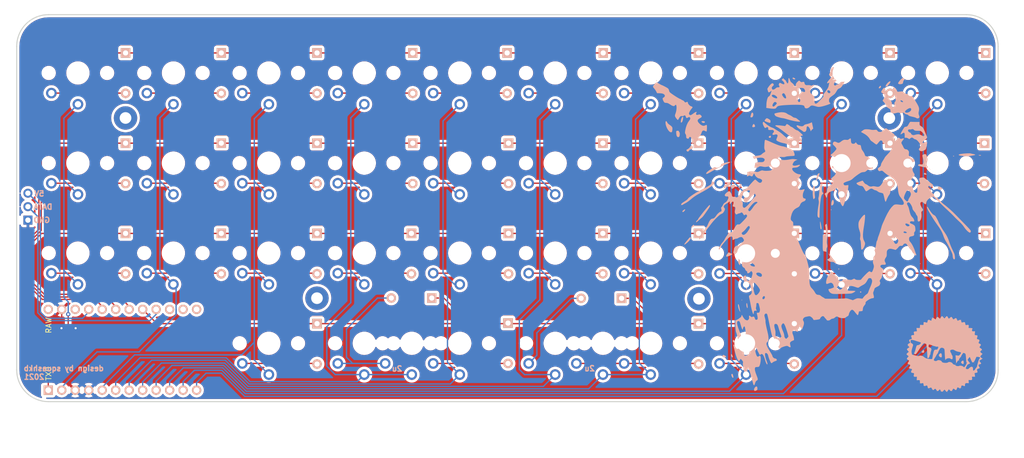
<source format=kicad_pcb>
(kicad_pcb (version 20210228) (generator pcbnew)
  (layers (0 "F.Cu" signal) (31 "B.Cu" signal) (34 "B.Paste" user) (35 "F.Paste" user) (36 "B.SilkS" user "B.Silkscreen") (37 "F.SilkS" user "F.Silkscreen") (38 "B.Mask" user) (39 "F.Mask" user) (44 "Edge.Cuts" user))
  (net 0 "")
  (net 1 "Net-(D1-Pad2)")
  (net 2 "row0")
  (net 3 "Net-(D2-Pad2)")
  (net 4 "Net-(D3-Pad2)")
  (net 5 "Net-(D4-Pad2)")
  (net 6 "Net-(D5-Pad2)")
  (net 7 "Net-(D6-Pad2)")
  (net 8 "Net-(D7-Pad2)")
  (net 9 "Net-(D8-Pad2)")
  (net 10 "Net-(D9-Pad2)")
  (net 11 "Net-(D10-Pad2)")
  (net 12 "Net-(D11-Pad2)")
  (net 13 "row1")
  (net 14 "Net-(D12-Pad2)")
  (net 15 "Net-(D13-Pad2)")
  (net 16 "Net-(D14-Pad2)")
  (net 17 "Net-(D15-Pad2)")
  (net 18 "Net-(D16-Pad2)")
  (net 19 "Net-(D17-Pad2)")
  (net 20 "Net-(D18-Pad2)")
  (net 21 "Net-(D19-Pad2)")
  (net 22 "Net-(D20-Pad2)")
  (net 23 "Net-(D21-Pad2)")
  (net 24 "row2")
  (net 25 "Net-(D22-Pad2)")
  (net 26 "Net-(D23-Pad2)")
  (net 27 "Net-(D24-Pad2)")
  (net 28 "Net-(D25-Pad2)")
  (net 29 "Net-(D26-Pad2)")
  (net 30 "Net-(D27-Pad2)")
  (net 31 "Net-(D28-Pad2)")
  (net 32 "Net-(D29-Pad2)")
  (net 33 "Net-(D30-Pad2)")
  (net 34 "Net-(D31-Pad2)")
  (net 35 "row3")
  (net 36 "Net-(D32-Pad2)")
  (net 37 "Net-(D33-Pad2)")
  (net 38 "Net-(D34-Pad2)")
  (net 39 "Net-(D35-Pad2)")
  (net 40 "Net-(D36-Pad2)")
  (net 41 "col0")
  (net 42 "col1")
  (net 43 "col2")
  (net 44 "col3")
  (net 45 "col4")
  (net 46 "col5")
  (net 47 "col6")
  (net 48 "col7")
  (net 49 "col8")
  (net 50 "col9")
  (net 53 "unconnected-(U1-Pad23)")
  (net 55 "unconnected-(U1-Pad21)")
  (net 56 "unconnected-(U1-Pad16)")
  (footprint "mbk:Choc-1u-solder" (layer "F.Cu") (at 189.8904 86.0552)
    (fp_text reference "MX20")
    (fp_text value "MX-NoLED" hide)
  )
  (footprint "mbk:Choc-1u-solder" (layer "F.Cu") (at 117.9576 86.0552)
    (fp_text reference "MX16")
    (fp_text value "MX-NoLED" hide)
  )
  (footprint "mbk:Choc-1u-solder" (layer "F.Cu") (at 171.9072 103.0732)
    (fp_text reference "MX29")
    (fp_text value "MX-NoLED" hide)
  )
  (footprint "mbk:Choc-1u-solder" (layer "F.Cu") (at 46.0375 86.0552)
    (fp_text reference "MX12")
    (fp_text value "MX-NoLED" hide)
  )
  (footprint "mbk:Choc-1u-solder" (layer "F.Cu") (at 64.008 86.0552)
    (fp_text reference "MX13")
    (fp_text value "MX-NoLED" hide)
  )
  (footprint "mbk:Choc-1u-solder" (layer "F.Cu") (at 171.9072 86.0552)
    (fp_text reference "MX19")
    (fp_text value "MX-NoLED" hide)
  )
  (footprint "Keybage_MountingHoles:MountingHole_2.2mm_M2_Pad_NoSilk" (layer "F.Cu") (at 180.8988 77.5716)
    (fp_text reference "REF**")
    (fp_text value "MountingHole_2.2mm_M2_Pad_NoSilk")
  )
  (footprint "mbk:Choc-1u-solder" (layer "F.Cu") (at 28.0416 103.0224)
    (fp_text reference "MX21")
    (fp_text value "MX-NoLED" hide)
  )
  (footprint "mbk:Choc-1u-solder" (layer "F.Cu") (at 171.9072 69.0372)
    (fp_text reference "MX9")
    (fp_text value "MX-NoLED" hide)
  )
  (footprint "mbk:Choc-1u-solder" (layer "F.Cu") (at 135.9408 120.0404)
    (fp_text reference "MX35")
    (fp_text value "MX-NoLED" hide)
  )
  (footprint "Connector_PinHeader_2.54mm:PinHeader_1x03_P2.54mm_Vertical" (layer "F.Cu") (at 18.6182 96.8098 180)
    (fp_text reference "REF**" hide)
    (fp_text value "PinHeader_1x03_P2.54mm_Vertical" hide)
  )
  (footprint "mbk:Choc-1u-solder" (layer "F.Cu") (at 64.008 69.05625)
    (fp_text reference "MX3")
    (fp_text value "MX-NoLED" hide)
  )
  (footprint "mbk:Choc-1u-solder" (layer "F.Cu") (at 135.9408 103.0224)
    (fp_text reference "MX27")
    (fp_text value "MX-NoLED" hide)
  )
  (footprint "mbk:Choc-1u-solder" (layer "F.Cu") (at 117.9576 120.0404)
    (fp_text reference "MX34")
    (fp_text value "MX-NoLED" hide)
  )
  (footprint "mbk:Choc-1u-solder" (layer "F.Cu") (at 81.9912 103.0224)
    (fp_text reference "MX24")
    (fp_text value "MX-NoLED" hide)
  )
  (footprint "mbk:Choc-1u-solder" (layer "F.Cu") (at 99.9744 86.0552)
    (fp_text reference "MX15")
    (fp_text value "MX-NoLED" hide)
  )
  (footprint "Keybage_MountingHoles:MountingHole_2.2mm_M2_Pad_NoSilk" (layer "F.Cu") (at 37.0078 77.5462)
    (fp_text reference "REF**")
    (fp_text value "MountingHole_2.2mm_M2_Pad_NoSilk")
  )
  (footprint "mbk:Choc-1u-solder" (layer "F.Cu") (at 153.924 69.0372)
    (fp_text reference "MX8")
    (fp_text value "MX-NoLED" hide)
  )
  (footprint "Keybage_MountingHoles:MountingHole_2.2mm_M2_Pad_NoSilk" (layer "F.Cu") (at 145.034 111.633)
    (fp_text reference "REF**")
    (fp_text value "MountingHole_2.2mm_M2_Pad_NoSilk")
  )
  (footprint "mbk:Choc-1u-solder" (layer "F.Cu") (at 46.0248 103.0224)
    (fp_text reference "MX22")
    (fp_text value "MX-NoLED" hide)
  )
  (footprint "Keebio-Parts:ArduinoProMicro-TopSide" (layer "F.Cu") (at 36.4236 121.2596)
    (fp_text reference "U1" hide)
    (fp_text value "ProMicro" hide)
  )
  (footprint "mbk:Choc-1u-solder" (layer "F.Cu") (at 28.0416 69.05625)
    (fp_text reference "MX1")
    (fp_text value "MX-NoLED" hide)
  )
  (footprint "mbk:Choc-1u-solder" (layer "F.Cu") (at 189.8904 103.0224)
    (fp_text reference "MX30")
    (fp_text value "MX-NoLED" hide)
  )
  (footprint "mbk:Choc-1u-solder" (layer "F.Cu") (at 99.9744 120.0404)
    (fp_text reference "MX33")
    (fp_text value "MX-NoLED" hide)
  )
  (footprint "mbk:Choc-1u-solder" (layer "F.Cu") (at 117.9576 103.0224)
    (fp_text reference "MX26")
    (fp_text value "MX-NoLED" hide)
  )
  (footprint "mbk:Choc-1u-solder" (layer "F.Cu") (at 99.9744 103.0224)
    (fp_text reference "MX25")
    (fp_text value "MX-NoLED" hide)
  )
  (footprint "Keybage_MountingHoles:MountingHole_2.2mm_M2_Pad_NoSilk" (layer "F.Cu") (at 73.0758 111.5314)
    (fp_text reference "REF**")
    (fp_text value "MountingHole_2.2mm_M2_Pad_NoSilk")
  )
  (footprint "mbk:Choc-1u-solder" (layer "F.Cu") (at 153.924 120.0404)
    (fp_text reference "MX36")
    (fp_text value "MX-NoLED" hide)
  )
  (footprint "mbk:Choc-1u-solder" (layer "F.Cu") (at 153.924 103.0732)
    (fp_text reference "MX28")
    (fp_text value "MX-NoLED" hide)
  )
  (footprint "mbk:Choc-1u-solder" (layer "F.Cu") (at 81.9912 69.05625)
    (fp_text reference "MX4")
    (fp_text value "MX-NoLED" hide)
  )
  (footprint "mbk:Choc-1u-solder" (layer "F.Cu") (at 99.9744 69.05625)
    (fp_text reference "MX5")
    (fp_text value "MX-NoLED" hide)
  )
  (footprint "mbk:Choc-1u-solder" (layer "F.Cu") (at 81.9912 120.0404)
    (fp_text reference "MX32")
    (fp_text value "MX-NoLED" hide)
  )
  (footprint "mbk:Choc-1u-solder" (layer "F.Cu") (at 153.924 86.0552)
    (fp_text reference "MX18")
    (fp_text value "MX-NoLED" hide)
  )
  (footprint "mbk:Choc-1u-solder" (layer "F.Cu") (at 117.9576 69.05625)
    (fp_text reference "MX6")
    (fp_text value "MX-NoLED" hide)
  )
  (footprint "mbk:Choc-1u-solder" (layer "F.Cu") (at 64.008 120.0404)
    (fp_text reference "MX31")
    (fp_text value "MX-NoLED" hide)
  )
  (footprint "mbk:Choc-1u-solder" (layer "F.Cu") (at 135.9408 86.0552)
    (fp_text reference "MX17")
    (fp_text value "MX-NoLED" hide)
  )
  (footprint "mbk:Choc-2u-solder" (layer "F.Cu") (at 126.9492 120.0404)
    (fp_text reference "2u")
    (fp_text value " " hide)
  )
  (footprint "mbk:Choc-1u-solder" (layer "F.Cu") (at 46.0375 69.05625)
    (fp_text reference "MX2")
    (fp_text value "MX-NoLED" hide)
  )
  (footprint "mbk:Choc-1u-solder" (layer "F.Cu") (at 81.9912 86.0552)
    (fp_text reference "MX14")
    (fp_text value "MX-NoLED" hide)
  )
  (footprint "mbk:Choc-2u-solder" (layer "F.Cu") (at 90.932 120.0404)
    (fp_text reference "2u")
    (fp_text value " " hide)
  )
  (footprint "mbk:Choc-1u-solder" (layer "F.Cu") (at 28.0416 86.0552)
    (fp_text reference "MX11")
    (fp_text value "MX-NoLED" hide)
  )
  (footprint "mbk:Choc-1u-solder" (layer "F.Cu") (at 64.008 103.0224)
    (fp_text reference "MX23")
    (fp_text value "MX-NoLED" hide)
  )
  (footprint "mbk:Choc-1u-solder" (layer "F.Cu") (at 135.9408 69.05625)
    (fp_text reference "MX7")
    (fp_text value "MX-NoLED" hide)
  )
  (footprint "mbk:Choc-1u-solder" (layer "F.Cu") (at 189.9412 69.0372)
    (fp_text reference "MX10")
    (fp_text value "MX-NoLED" hide)
  )
  (footprint "Keebio-Parts:MD_Diode" (layer "B.Cu") (at 139.8885 103.124 -90)
    (fp_text reference "D27" hide)
    (fp_text value "1N4148" hide)
  )
  (footprint "Keebio-Parts:MD_Diode" (layer "B.Cu") (at 139.8885 86.106 -90)
    (fp_text reference "D17" hide)
    (fp_text value "1N4148" hide)
  )
  (footprint "Keebio-Parts:MD_Diode" (layer "B.Cu") (at 157.9225 103.124 -90)
    (fp_text reference "D28" hide)
    (fp_text value "1N4148" hide)
  )
  (footprint "Keebio-Parts:MD_Diode" (layer "B.Cu") (at 86.0405 69.088 -90)
    (fp_text reference "D4" hide)
    (fp_text value "1N4148" hide)
  )
  (footprint "Keebio-Parts:MD_Diode" (layer "B.Cu") (at 121.92 69.088 -90)
    (fp_text reference "D6" hide)
    (fp_text value "1N4148" hide)
  )
  (footprint "Keebio-Parts:MD_Diode" (layer "B.Cu") (at 31.9385 69.088 -90)
    (fp_text reference "D1" hide)
    (fp_text value "1N4148" hide)
  )
  (footprint "Keebio-Parts:MD_Diode" (layer "B.Cu") (at 104.0745 103.124 -90)
    (fp_text reference "D25" hide)
    (fp_text value "1N4148" hide)
  )
  (footprint "Keebio-Parts:MD_Diode" (layer "B.Cu") (at 31.9385 86.106 -90)
    (fp_text reference "D11" hide)
    (fp_text value "1N4148" hide)
  )
  (footprint "Keebio-Parts:MD_Diode" (layer "B.Cu") (at 139.8885 69.088 -90)
    (fp_text reference "D7" hide)
    (fp_text value "1N4148" hide)
  )
  (footprint "Keebio-Parts:MD_Diode" (layer "B.Cu") (at 68.0065 103.124 -90)
    (fp_text reference "D23" hide)
    (fp_text value "1N4148" hide)
  )
  (footprint "Keebio-Parts:MD_Diode" (layer "B.Cu") (at 86.0405 86.106 -90)
    (fp_text reference "D14" hide)
    (fp_text value "1N4148" hide)
  )
  (footprint "Keebio-Parts:MD_Diode" (layer "B.Cu") (at 193.7365 86.106 -90)
    (fp_text reference "D20" hide)
    (fp_text value "1N4148" hide)
  )
  (footprint "Keebio-Parts:MD_Diode" (layer "B.Cu") (at 104.0745 86.106 -90)
    (fp_text reference "D15" hide)
    (fp_text value "1N4148" hide)
  )
  (footprint "Keebio-Parts:MD_Diode" (layer "B.Cu") (at 157.9225 120.142 -90)
    (fp_text reference "D36" hide)
    (fp_text value "1N4148" hide)
  )
  (footprint "Keebio-Parts:MD_Diode" (layer "B.Cu") (at 175.9565 69.088 -90)
    (fp_text reference "D9" hide)
    (fp_text value "1N4148" hide)
  )
  (footprint "Keebio-Parts:MD_Diode" (layer "B.Cu") (at 68.0065 120.142 -90)
    (fp_text reference "D31" hide)
    (fp_text value "1N4148" hide)
  )
  (footprint "Keebio-Parts:MD_Diode" (layer "B.Cu") (at 85.7865 103.124 -90)
    (fp_text reference "D24" hide)
    (fp_text value "1N4148" hide)
  )
  (footprint "Keebio-Parts:MD_Diode" (layer "B.Cu") (at 49.9725 69.088 -90)
    (fp_text reference "D2" hide)
    (fp_text value "1N4148" hide)
  )
  (footprint "Keebio-Parts:MD_Diode" (layer "B.Cu") (at 175.9565 86.106 -90)
    (fp_text reference "D19" hide)
    (fp_text value "1N4148" hide)
  )
  (footprint "Keebio-Parts:MD_Diode" (layer "B.Cu") (at 121.8545 103.124 -90)
    (fp_text reference "D26" hide)
    (fp_text value "1N4148" hide)
  )
  (footprint "Keebio-Parts:MD_Diode" (layer "B.Cu") (at 193.9905 103.124 -90)
    (fp_text reference "D30" hide)
    (fp_text value "1N4148" hide)
  )
  (footprint "Keebio-Parts:MD_Diode" (layer "B.Cu") (at 49.9725 103.124 -90)
    (fp_text reference "D22" hide)
    (fp_text value "1N4148" hide)
  )
  (footprint "Keebio-Parts:MD_Diode" (layer "B.Cu") (at 103.8205 69.088 -90)
    (fp_text reference "D5" hide)
    (fp_text value "1N4148" hide)
  )
  (footprint "Keebio-Parts:MD_Diode" (layer "B.Cu") (at 68.0065 69.088 -90)
    (fp_text reference "D3" hide)
    (fp_text value "1N4148" hide)
  )
  (footprint "Keebio-Parts:MD_Diode" (layer "B.Cu") (at 157.9225 86.106 -90)
    (fp_text reference "D18" hide)
    (fp_text value "1N4148" hide)
  )
  (footprint "Keebio-Parts:MD_Diode" (layer "B.Cu") (at 139.8885 120.142 -90)
    (fp_text reference "D35" hide)
    (fp_text value "1N4148" hide)
  )
  (footprint "Keebio-Parts:MD_Diode" (layer "B.Cu") (at 175.9565 103.124 -90)
    (fp_text reference "D29" hide)
    (fp_text value "1N4148" hide)
  )
  (footprint "Keebio-Parts:MD_Diode" (layer "B.Cu") (at 126.6525 106.47655 180)
    (fp_text reference "D34" hide)
    (fp_text value "1N4148" hide)
  )
  (footprint "Keebio-Parts:MD_Diode" (layer "B.Cu") (at 157.9225 69.088 -90)
    (fp_text reference "D8" hide)
    (fp_text value "1N4148" hide)
  )
  (footprint "willy:katata" (layer "B.Cu") (at 165.8874 97.7138 180)
    (fp_text reference "G***" hide)
    (fp_text value "LOGO" hide)
  )
  (footprint "Keebio-Parts:MD_Diode" (layer "B.Cu") (at 121.8545 86.106 -90)
    (fp_text reference "D16" hide)
    (fp_text value "1N4148" hide)
  )
  (footprint "Keebio-Parts:MD_Diode" (layer "B.Cu") (at 103.98735 120.0323 -90)
    (fp_text reference "D33" hide)
    (fp_text value "1N4148" hide)
  )
  (footprint "Keebio-Parts:MD_Diode" (layer "B.Cu") (at 90.8893 106.42575 180)
    (fp_text reference "D32" hide)
    (fp_text value "1N4148" hide)
  )
  (footprint "Keebio-Parts:MD_Diode" (layer "B.Cu") (at 193.9905 69.088 -90)
    (fp_text reference "D10" hide)
    (fp_text value "1N4148" hide)
  )
  (footprint "Keebio-Parts:MD_Diode" (layer "B.Cu") (at 68.0065 86.106 -90)
    (fp_text reference "D13" hide)
    (fp_text value "1N4148" hide)
  )
  (footprint "Keebio-Parts:MD_Diode" (layer "B.Cu") (at 31.9385 103.124 -90)
    (fp_text reference "D21" hide)
    (fp_text value "1N4148" hide)
  )
  (footprint "Keebio-Parts:MD_Diode" (layer "B.Cu") (at 49.9725 86.106 -90)
    (fp_text reference "D12" hide)
    (fp_text value "1N4148" hide)
  )
  (gr_line (start 201.405 125.0455) (end 201.405 64.061301) (layer "Edge.Cuts") (width 0.2))
  (gr_arc (start 195.404999 64.061301) (end 201.405 64.061301) (angle -90) (layer "Edge.Cuts") (width 0.2))
  (gr_line (start 16.5054 64.0613) (end 16.5054 125.045501) (layer "Edge.Cuts") (width 0.2))
  (gr_line (start 22.505399 131.045501) (end 195.404999 131.045501) (layer "Edge.Cuts") (width 0.2))
  (gr_arc (start 195.404999 125.0455) (end 195.404999 131.045501) (angle -90) (layer "Edge.Cuts") (width 0.2))
  (gr_arc (start 22.505399 125.045501) (end 16.5054 125.045501) (angle -90) (layer "Edge.Cuts") (width 0.2))
  (gr_line (start 195.404999 58.061301) (end 22.5054 58.061301) (layer "Edge.Cuts") (width 0.2))
  (gr_arc (start 22.505399 64.0613) (end 22.5054 58.061301) (angle -90) (layer "Edge.Cuts") (width 0.2))
  (gr_text "GND" (at 21.2344 96.7994) (layer "B.SilkS") (effects (font (size 1 1) (thickness 0.25)) (justify mirror)))
  (gr_text "2u\n" (at 124.4346 124.7902) (layer "B.SilkS") (effects (font (size 1 1) (thickness 0.25)) (justify mirror)))
  (gr_text "5V" (at 20.7518 91.821) (layer "B.SilkS") (effects (font (size 1 1) (thickness 0.25)) (justify mirror)))
  (gr_text "2u\n" (at 88.1634 124.841) (layer "B.SilkS") (effects (font (size 1 1) (thickness 0.25)) (justify mirror)))
  (gr_text "DATA" (at 21.463 94.3102) (layer "B.SilkS") (effects (font (size 1 1) (thickness 0.25)) (justify mirror)))
  (gr_text "design by squashkb\n2021" (at 17.7038 125.5776) (layer "B.SilkS") (effects (font (size 1 1) (thickness 0.25)) (justify right mirror)))
  (segment (start 23.0416 72.85625) (end 36.97675 72.85625) (width 0.25) (layer "F.Cu") (net 1))
  (segment (start 36.97675 72.85625) (end 37.0185 72.898) (width 0.25) (layer "F.Cu") (net 1))
  (segment (start 20.68278 98.541972) (end 18.11738 101.107372) (width 0.25) (layer "F.Cu") (net 2))
  (segment (start 20.68278 67.76002) (end 20.68278 98.541972) (width 0.25) (layer "F.Cu") (net 2))
  (segment (start 31.2928 111.76) (end 32.6136 113.0808) (width 0.25) (layer "F.Cu") (net 2))
  (segment (start 37.0185 65.278) (end 23.1648 65.278) (width 0.25) (layer "F.Cu") (net 2))
  (segment (start 18.11738 101.107372) (end 18.11738 108.54138) (width 0.25) (layer "F.Cu") (net 2))
  (segment (start 37.0185 65.278) (end 199.0705 65.278) (width 0.25) (layer "F.Cu") (net 2))
  (segment (start 18.11738 108.54138) (end 21.336 111.76) (width 0.25) (layer "F.Cu") (net 2))
  (segment (start 23.1648 65.278) (end 20.68278 67.76002) (width 0.25) (layer "F.Cu") (net 2))
  (segment (start 21.336 111.76) (end 31.2928 111.76) (width 0.25) (layer "F.Cu") (net 2))
  (segment (start 55.01075 72.85625) (end 55.0525 72.898) (width 0.25) (layer "F.Cu") (net 3))
  (segment (start 41.0375 72.85625) (end 55.01075 72.85625) (width 0.25) (layer "F.Cu") (net 3))
  (segment (start 73.04475 72.85625) (end 73.0865 72.898) (width 0.25) (layer "F.Cu") (net 4))
  (segment (start 59.008 72.85625) (end 73.04475 72.85625) (width 0.25) (layer "F.Cu") (net 4))
  (segment (start 91.07875 72.85625) (end 91.1205 72.898) (width 0.25) (layer "F.Cu") (net 5))
  (segment (start 76.9912 72.85625) (end 91.07875 72.85625) (width 0.25) (layer "F.Cu") (net 5))
  (segment (start 108.85875 72.85625) (end 108.9005 72.898) (width 0.25) (layer "F.Cu") (net 6))
  (segment (start 94.9744 72.85625) (end 108.85875 72.85625) (width 0.25) (layer "F.Cu") (net 6))
  (segment (start 112.9576 72.85625) (end 126.95825 72.85625) (width 0.25) (layer "F.Cu") (net 7))
  (segment (start 126.95825 72.85625) (end 127 72.898) (width 0.25) (layer "F.Cu") (net 7))
  (segment (start 144.92675 72.85625) (end 144.9685 72.898) (width 0.25) (layer "F.Cu") (net 8))
  (segment (start 130.9408 72.85625) (end 144.92675 72.85625) (width 0.25) (layer "F.Cu") (net 8))
  (segment (start 162.9417 72.8372) (end 163.0025 72.898) (width 0.25) (layer "F.Cu") (net 9))
  (segment (start 148.924 72.8372) (end 162.9417 72.8372) (width 0.25) (layer "F.Cu") (net 9))
  (segment (start 166.9072 72.8372) (end 180.9757 72.8372) (width 0.25) (layer "F.Cu") (net 10))
  (segment (start 180.9757 72.8372) (end 181.0365 72.898) (width 0.25) (layer "F.Cu") (net 10))
  (segment (start 184.9412 72.8372) (end 199.0097 72.8372) (width 0.25) (layer "F.Cu") (net 11))
  (segment (start 199.0097 72.8372) (end 199.0705 72.898) (width 0.25) (layer "F.Cu") (net 11))
  (segment (start 23.0416 89.8552) (end 36.9577 89.8552) (width 0.25) (layer "F.Cu") (net 12))
  (segment (start 36.9577 89.8552) (end 37.0185 89.916) (width 0.25) (layer "F.Cu") (net 12))
  (segment (start 37.0185 82.296) (end 198.8165 82.296) (width 0.25) (layer "F.Cu") (net 13))
  (segment (start 21.54638 111.30998) (end 33.38278 111.30998) (width 0.25) (layer "F.Cu") (net 13))
  (segment (start 33.38278 111.30998) (end 35.1536 113.0808) (width 0.25) (layer "F.Cu") (net 13))
  (segment (start 18.5674 101.293776) (end 18.5674 108.331) (width 0.25) (layer "F.Cu") (net 13))
  (segment (start 22.9362 82.296) (end 21.1328 84.0994) (width 0.25) (layer "F.Cu") (net 13))
  (segment (start 21.1328 98.728376) (end 18.5674 101.293776) (width 0.25) (layer "F.Cu") (net 13))
  (segment (start 18.5674 108.331) (end 21.54638 111.30998) (width 0.25) (layer "F.Cu") (net 13))
  (segment (start 37.0185 82.296) (end 22.9362 82.296) (width 0.25) (layer "F.Cu") (net 13))
  (segment (start 21.1328 84.0994) (end 21.1328 98.728376) (width 0.25) (layer "F.Cu") (net 13))
  (segment (start 41.0375 89.8552) (end 54.9917 89.8552) (width 0.25) (layer "F.Cu") (net 14))
  (segment (start 54.9917 89.8552) (end 55.0525 89.916) (width 0.25) (layer "F.Cu") (net 14))
  (segment (start 59.008 89.8552) (end 73.0257 89.8552) (width 0.25) (layer "F.Cu") (net 15))
  (segment (start 73.0257 89.8552) (end 73.0865 89.916) (width 0.25) (layer "F.Cu") (net 15))
  (segment (start 76.9912 89.8552) (end 91.0597 89.8552) (width 0.25) (layer "F.Cu") (net 16))
  (segment (start 91.0597 89.8552) (end 91.1205 89.916) (width 0.25) (layer "F.Cu") (net 16))
  (segment (start 109.0937 89.8552) (end 109.1545 89.916) (width 0.25) (layer "F.Cu") (net 17))
  (segment (start 94.9744 89.8552) (end 109.0937 89.8552) (width 0.25) (layer "F.Cu") (net 17))
  (segment (start 126.8737 89.8552) (end 126.9345 89.916) (width 0.25) (layer "F.Cu") (net 18))
  (segment (start 112.9576 89.8552) (end 126.8737 89.8552) (width 0.25) (layer "F.Cu") (net 18))
  (segment (start 130.9408 89.8552) (end 144.9077 89.8552) (width 0.25) (layer "F.Cu") (net 19))
  (segment (start 144.9077 89.8552) (end 144.9685 89.916) (width 0.25) (layer "F.Cu") (net 19))
  (segment (start 162.9417 89.8552) (end 163.0025 89.916) (width 0.25) (layer "F.Cu") (net 20))
  (segment (start 148.924 89.8552) (end 162.9417 89.8552) (width 0.25) (layer "F.Cu") (net 20))
  (segment (start 166.9072 89.8552) (end 180.9757 89.8552) (width 0.25) (layer "F.Cu") (net 21))
  (segment (start 180.9757 89.8552) (end 181.0365 89.916) (width 0.25) (layer "F.Cu") (net 21))
  (segment (start 198.7557 89.8552) (end 198.8165 89.916) (width 0.25) (layer "F.Cu") (net 22))
  (segment (start 184.8904 89.8552) (end 198.7557 89.8552) (width 0.25) (layer "F.Cu") (net 22))
  (segment (start 36.9069 106.8224) (end 37.0185 106.934) (width 0.25) (layer "F.Cu") (net 23))
  (segment (start 23.0416 106.8224) (end 36.9069 106.8224) (width 0.25) (layer "F.Cu") (net 23))
  (segment (start 19.04282 108.14602) (end 21.6916 110.7948) (width 0.25) (layer "F.Cu") (net 24))
  (segment (start 37.0185 99.314) (end 199.0705 99.314) (width 0.25) (layer "F.Cu") (net 24))
  (segment (start 37.0185 99.314) (end 21.1836 99.314) (width 0.25) (layer "F.Cu") (net 24))
  (segment (start 19.04282 101.45478) (end 19.04282 108.14602) (width 0.25) (layer "F.Cu") (net 24))
  (segment (start 21.1836 99.314) (end 19.04282 101.45478) (width 0.25) (layer "F.Cu") (net 24))
  (segment (start 35.4076 110.7948) (end 37.6936 113.0808) (width 0.25) (layer "F.Cu") (net 24))
  (segment (start 21.6916 110.7948) (end 35.4076 110.7948) (width 0.25) (layer "F.Cu") (net 24))
  (segment (start 54.9409 106.8224) (end 55.0525 106.934) (width 0.25) (layer "F.Cu") (net 25))
  (segment (start 41.0248 106.8224) (end 54.9409 106.8224) (width 0.25) (layer "F.Cu") (net 25))
  (segment (start 72.9749 106.8224) (end 73.0865 106.934) (width 0.25) (layer "F.Cu") (net 26))
  (segment (start 59.008 106.8224) (end 72.9749 106.8224) (width 0.25) (layer "F.Cu") (net 26))
  (segment (start 90.7549 106.8224) (end 90.8665 106.934) (width 0.25) (layer "F.Cu") (net 27))
  (segment (start 76.9912 106.8224) (end 90.7549 106.8224) (width 0.25) (layer "F.Cu") (net 27))
  (segment (start 94.9744 106.8224) (end 109.0429 106.8224) (width 0.25) (layer "F.Cu") (net 28))
  (segment (start 109.0429 106.8224) (end 109.1545 106.934) (width 0.25) (layer "F.Cu") (net 28))
  (segment (start 126.8229 106.8224) (end 126.9345 106.934) (width 0.25) (layer "F.Cu") (net 29))
  (segment (start 112.9576 106.8224) (end 126.8229 106.8224) (width 0.25) (layer "F.Cu") (net 29))
  (segment (start 130.9408 106.8224) (end 144.8569 106.8224) (width 0.25) (layer "F.Cu") (net 30))
  (segment (start 144.8569 106.8224) (end 144.9685 106.934) (width 0.25) (layer "F.Cu") (net 30))
  (segment (start 162.9417 106.8732) (end 163.0025 106.934) (width 0.25) (layer "F.Cu") (net 31))
  (segment (start 148.924 106.8732) (end 162.9417 106.8732) (width 0.25) (layer "F.Cu") (net 31))
  (segment (start 180.9757 106.8732) (end 181.0365 106.934) (width 0.25) (layer "F.Cu") (net 32))
  (segment (start 166.9072 106.8732) (end 180.9757 106.8732) (width 0.25) (layer "F.Cu") (net 32))
  (segment (start 198.9589 106.8224) (end 199.0705 106.934) (width 0.25) (layer "F.Cu") (net 33))
  (segment (start 184.8904 106.8224) (end 198.9589 106.8224) (width 0.25) (layer "F.Cu") (net 33))
  (segment (start 59.008 123.8404) (end 72.9749 123.8404) (width 0.25) (layer "F.Cu") (net 34))
  (segment (start 72.9749 123.8404) (end 73.0865 123.952) (width 0.25) (layer "F.Cu") (net 34))
  (segment (start 137.3632 116.332) (end 163.0025 116.332) (width 0.25) (layer "F.Cu") (net 35))
  (segment (start 40.2336 113.6396) (end 40.2336 113.0808) (width 0.25) (layer "F.Cu") (net 35))
  (segment (start 101.8032 116.332) (end 137.3632 116.332) (width 0.25) (layer "F.Cu") (net 35))
  (segment (start 99.568 116.332) (end 101.2952 116.332) (width 0.25) (layer "F.Cu") (net 35))
  (segment (start 132.58775 111.55655) (end 137.3632 116.332) (width 0.25) (layer "F.Cu") (net 35))
  (segment (start 130.4625 111.55655) (end 132.58775 111.55655) (width 0.25) (layer "F.Cu") (net 35))
  (segment (start 94.6993 111.50575) (end 96.97695 111.50575) (width 0.25) (layer "F.Cu") (net 35))
  (segment (start 73.0865 116.332) (end 99.568 116.332) (width 0.25) (layer "F.Cu") (net 35))
  (segment (start 73.0865 116.332) (end 42.926 116.332) (width 0.25) (layer "F.Cu") (net 35))
  (segment (start 42.926 116.332) (end 40.2336 113.6396) (width 0.25) (layer "F.Cu") (net 35))
  (segment (start 96.97695 111.50575) (end 101.8032 116.332) (width 0.25) (layer "F.Cu") (net 35))
  (segment (start 101.2952 116.332) (end 101.8032 116.332) (width 0.25) (layer "F.Cu") (net 35))
  (segment (start 84.48065 111.50575) (end 78.6384 117.348) (width 0.25) (layer "B.Cu") (net 36))
  (segment (start 76.9912 123.8404) (end 79.7968 123.8404) (width 0.25) (layer "B.Cu") (net 36))
  (segment (start 87.0793 111.50575) (end 84.48065 111.50575) (width 0.25) (layer "B.Cu") (net 36))
  (segment (start 78.6384 117.348) (end 78.6384 122.682) (width 0.25) (layer "B.Cu") (net 36))
  (segment (start 78.6384 122.682) (end 79.7968 123.8404) (width 0.25) (layer "B.Cu") (net 36))
  (segment (start 79.7968 123.8404) (end 85.932 123.8404) (width 0.25) (layer "B.Cu") (net 36))
  (segment (start 94.9763 123.8423) (end 94.9744 123.8404) (width 0.25) (layer "F.Cu") (net 37))
  (segment (start 109.06735 123.8423) (end 94.9763 123.8423) (width 0.25) (layer "F.Cu") (net 37))
  (segment (start 121.00585 111.55655) (end 122.8425 111.55655) (width 0.25) (layer "B.Cu") (net 38))
  (segment (start 114.5032 122.2948) (end 114.5032 118.0592) (width 0.25) (layer "B.Cu") (net 38))
  (segment (start 114.5032 118.0592) (end 121.00585 111.55655) (width 0.25) (layer "B.Cu") (net 38))
  (segment (start 112.9576 123.8404) (end 114.5032 122.2948) (width 0.25) (layer "B.Cu") (net 38))
  (segment (start 130.9408 123.8404) (end 144.8569 123.8404) (width 0.25) (layer "F.Cu") (net 39))
  (segment (start 144.8569 123.8404) (end 144.9685 123.952) (width 0.25) (layer "F.Cu") (net 39))
  (segment (start 121.9492 123.8404) (end 130.9408 123.8404) (width 0.25) (layer "F.Cu") (net 39))
  (segment (start 162.8909 123.8404) (end 163.0025 123.952) (width 0.25) (layer "F.Cu") (net 40))
  (segment (start 148.924 123.8404) (end 162.8909 123.8404) (width 0.25) (layer "F.Cu") (net 40))
  (segment (start 22.4536 127.0508) (end 22.4536 128.3208) (width 0.25) (layer "F.Cu") (net 41))
  (segment (start 26.2092 114.5576) (end 26.2092 123.2952) (width 0.25) (layer "F.Cu") (net 41))
  (segment (start 26.2092 123.2952) (end 22.4536 127.0508) (width 0.25) (layer "F.Cu") (net 41))
  (via (at 26.2092 114.5576) (size 0.8) (drill 0.4) (layers "F.Cu" "B.Cu") (net 41))
  (segment (start 25.4 77.59785) (end 25.4 89.2556) (width 0.25) (layer "B.Cu") (net 41))
  (segment (start 28.0416 91.9552) (end 25.4 89.3136) (width 0.25) (layer "B.Cu") (net 41))
  (segment (start 28.0416 74.95625) (end 25.4 77.59785) (width 0.25) (layer "B.Cu") (net 41))
  (segment (start 26.2092 107.09) (end 28.0416 108.9224) (width 0.25) (layer "B.Cu") (net 41))
  (segment (start 25.4 89.3136) (end 25.4 89.2556) (width 0.25) (layer "B.Cu") (net 41))
  (segment (start 26.2092 114.2528) (end 26.2092 112.2136) (width 0.25) (layer "B.Cu") (net 41))
  (segment (start 25.4 111.4044) (end 26.2092 112.2136) (width 0.25) (layer "B.Cu") (net 41))
  (segment (start 25.4 106.2808) (end 26.2092 107.09) (width 0.25) (layer "B.Cu") (net 41))
  (segment (start 25.4 106.2808) (end 25.4 111.4044) (width 0.25) (layer "B.Cu") (net 41))
  (segment (start 26.2092 114.2528) (end 26.2092 114.5576) (width 0.25) (layer "B.Cu") (net 41))
  (segment (start 25.4 89.2556) (end 25.4 106.2808) (width 0.25) (layer "B.Cu") (net 41))
  (segment (start 39.5732 121.666) (end 46.5328 114.7064) (width 0.25) (layer "B.Cu") (net 42))
  (segment (start 43.4848 77.50895) (end 43.4848 89.1032) (width 0.25) (layer "B.Cu") (net 42))
  (segment (start 24.9936 128.3208) (end 31.6484 121.666) (width 0.25) (layer "B.Cu") (net 42))
  (segment (start 46.0375 74.95625) (end 43.4848 77.50895) (width 0.25) (layer "B.Cu") (net 42))
  (segment (start 31.6484 121.666) (end 39.5732 121.666) (width 0.25) (layer "B.Cu") (net 42))
  (segment (start 43.4848 89.1032) (end 43.4848 106.3824) (width 0.25) (layer "B.Cu") (net 42))
  (segment (start 43.4848 89.4025) (end 43.4848 89.1032) (width 0.25) (layer "B.Cu") (net 42))
  (segment (start 43.4848 106.3824) (end 46.0248 108.9224) (width 0.25) (layer "B.Cu") (net 42))
  (segment (start 46.5328 114.7064) (end 46.5328 109.4304) (width 0.25) (layer "B.Cu") (net 42))
  (segment (start 46.5328 109.4304) (end 46.0248 108.9224) (width 0.25) (layer "B.Cu") (net 42))
  (segment (start 46.0375 91.9552) (end 43.4848 89.4025) (width 0.25) (layer "B.Cu") (net 42))
  (segment (start 46.5328 114.7064) (end 46.5328 113.639541) (width 0.25) (layer "B.Cu") (net 42))
  (segment (start 64.008 74.95625) (end 61.2648 77.69945) (width 0.25) (layer "B.Cu") (net 43))
  (segment (start 38.7096 122.2248) (end 32.6136 128.3208) (width 0.25) (layer "B.Cu") (net 43))
  (segment (start 61.2648 118.2116) (end 61.2648 123.1972) (width 0.25) (layer "B.Cu") (net 43))
  (segment (start 61.2648 119.8372) (end 61.2648 118.2116) (width 0.25) (layer "B.Cu") (net 43))
  (segment (start 64.008 91.9552) (end 63.7104 91.9552) (width 0.25) (layer "B.Cu") (net 43))
  (segment (start 61.3156 89.5604) (end 61.2648 89.5604) (width 0.25) (layer "B.Cu") (net 43))
  (segment (start 61.3592 106.2736) (end 61.2648 106.2736) (width 0.25) (layer "B.Cu") (net 43))
  (segment (start 61.2648 89.5604) (end 61.2648 106.2736) (width 0.25) (layer "B.Cu") (net 43))
  (segment (start 61.2648 106.2736) (end 61.2648 118.2116) (width 0.25) (layer "B.Cu") (net 43))
  (segment (start 58.8772 122.2248) (end 61.2648 119.8372) (width 0.25) (layer "B.Cu") (net 43))
  (segment (start 61.2648 123.1972) (end 64.008 125.9404) (width 0.25) (layer "B.Cu") (net 43))
  (segment (start 38.7096 122.2248) (end 58.8772 122.2248) (width 0.25) (layer "B.Cu") (net 43))
  (segment (start 64.008 108.9224) (end 61.3592 106.2736) (width 0.25) (layer "B.Cu") (net 43))
  (segment (start 61.2648 77.69945) (end 61.2648 89.5604) (width 0.25) (layer "B.Cu") (net 43))
  (segment (start 63.7104 91.9552) (end 61.3156 89.5604) (width 0.25) (layer "B.Cu") (net 43))
  (segment (start 79.4512 77.49625) (end 79.4512 89.2556) (width 0.25) (layer "B.Cu") (net 44))
  (segment (start 39.734183 122.775017) (end 35.1536 127.3556) (width 0.25) (layer "B.Cu") (net 44))
  (segment (start 55.9816 122.775017) (end 39.734183 122.775017) (width 0.25) (layer "B.Cu") (net 44))
  (segment (start 81.9912 74.95625) (end 79.4512 77.49625) (width 0.25) (layer "B.Cu") (net 44))
  (segment (start 76.512 125.9404) (end 81.9912 125.9404) (width 0.25) (layer "B.Cu") (net 44))
  (segment (start 74.93 124.3584) (end 76.512 125.9404) (width 0.25) (layer "B.Cu") (net 44))
  (segment (start 81.9912 91.9552) (end 79.4512 89.4152) (width 0.25) (layer "B.Cu") (net 44))
  (segment (start 79.4512 89.4152) (end 79.4512 89.2556) (width 0.25) (layer "B.Cu") (net 44))
  (segment (start 79.4512 112.3696) (end 74.93 116.8908) (width 0.25) (layer "B.Cu") (net 44))
  (segment (start 79.4512 106.3824) (end 79.4512 106.1212) (width 0.25) (layer "B.Cu") (net 44))
  (segment (start 79.4512 106.1212) (end 79.4512 112.3696) (width 0.25) (layer "B.Cu") (net 44))
  (segment (start 81.9912 125.9404) (end 80.666189 127.265411) (width 0.25) (layer "B.Cu") (net 44))
  (segment (start 90.932 125.9404) (end 81.9912 125.9404) (width 0.25) (layer "B.Cu") (net 44))
  (segment (start 80.666189 127.265411) (end 60.471994 127.265411) (width 0.25) (layer "B.Cu") (net 44))
  (segment (start 74.93 116.8908) (end 74.93 124.3584) (width 0.25) (layer "B.Cu") (net 44))
  (segment (start 81.9912 108.9224) (end 79.4512 106.3824) (width 0.25) (layer "B.Cu") (net 44))
  (segment (start 60.471994 127.265411) (end 55.9816 122.775017) (width 0.25) (layer "B.Cu") (net 44))
  (segment (start 79.4512 89.2556) (end 79.4512 106.1212) (width 0.25) (layer "B.Cu") (net 44))
  (segment (start 35.1536 127.3556) (end 35.1536 128.3208) (width 0.25) (layer "B.Cu") (net 44))
  (segment (start 60.28559 127.715431) (end 55.795196 123.225037) (width 0.25) (layer "B.Cu") (net 45))
  (segment (start 97.663 107.6198) (end 97.663 123.629) (width 0.25) (layer "B.Cu") (net 45))
  (segment (start 96.8248 106.7816) (end 97.663 107.6198) (width 0.25) (layer "B.Cu") (net 45))
  (segment (start 99.9744 108.9224) (end 98.9656 108.9224) (width 0.25) (layer "B.Cu") (net 45))
  (segment (start 99.9744 74.95625) (end 96.8248 78.10585) (width 0.25) (layer "B.Cu") (net 45))
  (segment (start 99.5244 91.9552) (end 99.9744 91.9552) (width 0.25) (layer "B.Cu") (net 45))
  (segment (start 55.795196 123.225037) (end 41.925763 123.225037) (width 0.25) (layer "B.Cu") (net 45))
  (segment (start 37.6936 127.4572) (end 37.6936 128.3208) (width 0.25) (layer "B.Cu") (net 45))
  (segment (start 98.199369 127.715431) (end 60.28559 127.715431) (width 0.25) (layer "B.Cu") (net 45))
  (segment (start 99.9744 125.9404) (end 98.199369 127.715431) (width 0.25) (layer "B.Cu") (net 45))
  (segment (start 96.8248 89.2556) (end 96.8248 106.5784) (width 0.25) (layer "B.Cu") (net 45))
  (segment (start 41.925763 123.225037) (end 37.6936 127.4572) (width 0.25) (layer "B.Cu") (net 45))
  (segment (start 97.663 123.629) (end 99.9744 125.9404) (width 0.25) (layer "B.Cu") (net 45))
  (segment (start 96.8248 78.10585) (end 96.8248 89.2556) (width 0.25) (layer "B.Cu") (net 45))
  (segment (start 96.8248 89.2556) (end 99.5244 91.9552) (width 0.25) (layer "B.Cu") (net 45))
  (segment (start 96.8248 106.7816) (end 96.8248 106.5784) (width 0.25) (layer "B.Cu") (net 45))
  (segment (start 98.9656 108.9224) (end 96.8248 106.7816) (width 0.25) (layer "B.Cu") (net 45))
  (segment (start 40.2336 127.3048) (end 40.2336 128.3208) (width 0.25) (layer "B.Cu") (net 46))
  (segment (start 117.9576 125.9404) (end 115.732549 128.165451) (width 0.25) (layer "B.Cu") (net 46))
  (segment (start 111.2012 124.968) (end 111.2012 115.6788) (width 0.25) (layer "B.Cu") (net 46))
  (segment (start 112.1736 125.9404) (end 111.2012 124.968) (width 0.25) (layer "B.Cu") (net 46))
  (segment (start 115.732549 128.165451) (end 60.099186 128.165451) (width 0.25) (layer "B.Cu") (net 46))
  (segment (start 117.9576 74.95625) (end 115.062 77.85185) (width 0.25) (layer "B.Cu") (net 46))
  (segment (start 115.062 89.0596) (end 115.062 88.6968) (width 0.25) (layer "B.Cu") (net 46))
  (segment (start 115.062 108.5596) (end 115.062 107.0864) (width 0.25) (layer "B.Cu") (net 46))
  (segment (start 117.9576 125.9404) (end 112.1736 125.9404) (width 0.25) (layer "B.Cu") (net 46))
  (segment (start 60.099186 128.165451) (end 55.705067 123.771332) (width 0.25) (layer "B.Cu") (net 46))
  (segment (start 55.705067 123.771332) (end 43.767068 123.771332) (width 0.25) (layer "B.Cu") (net 46))
  (segment (start 111.2012 115.6788) (end 115.062 111.818) (width 0.25) (layer "B.Cu") (net 46))
  (segment (start 115.062 88.6968) (end 115.062 106.0268) (width 0.25) (layer "B.Cu") (net 46))
  (segment (start 115.062 111.818) (end 115.062 108.5596) (width 0.25) (layer "B.Cu") (net 46))
  (segment (start 117.9576 91.9552) (end 115.062 89.0596) (width 0.25) (layer "B.Cu") (net 46))
  (segment (start 115.5918 106.5566) (end 117.9576 108.9224) (width 0.25) (layer "B.Cu") (net 46))
  (segment (start 115.062 106.0268) (end 115.5918 106.5566) (width 0.25) (layer "B.Cu") (net 46))
  (segment (start 115.062 77.85185) (end 115.062 88.6968) (width 0.25) (layer "B.Cu") (net 46))
  (segment (start 115.062 106.0268) (end 115.062 108.5596) (width 0.25) (layer "B.Cu") (net 46))
  (segment (start 43.767068 123.771332) (end 40.2336 127.3048) (width 0.25) (layer "B.Cu") (net 46))
  (segment (start 135.9408 91.9552) (end 133.096 89.1104) (width 0.25) (layer "B.Cu") (net 47))
  (segment (start 133.8072 123.8068) (end 135.9408 125.9404) (width 0.25) (layer "B.Cu") (net 47))
  (segment (start 133.096 89.1032) (end 133.096 105.918) (width 0.25) (layer "B.Cu") (net 47))
  (segment (start 133.096 77.80105) (end 133.096 89.1032) (width 0.25) (layer "B.Cu") (net 47))
  (segment (start 124.264 128.6256) (end 126.9492 125.9404) (width 0.25) (layer "B.Cu") (net 47))
  (segment (start 133.096 106.0776) (end 133.096 105.918) (width 0.25) (layer "B.Cu") (net 47))
  (segment (start 135.9408 74.95625) (end 133.096 77.80105) (width 0.25) (layer "B.Cu") (net 47))
  (segment (start 133.8072 106.7888) (end 133.8072 123.8068) (width 0.25) (layer "B.Cu") (net 47))
  (segment (start 42.7736 128.3208) (end 42.7736 127.2032) (width 0.25) (layer "B.Cu") (net 47))
  (segment (start 135.9408 108.9224) (end 133.096 106.0776) (width 0.25) (layer "B.Cu") (net 47))
  (segment (start 133.096 89.1104) (end 133.096 89.1032) (width 0.25) (layer "B.Cu") (net 47))
  (segment (start 45.755448 124.221352) (end 55.518663 124.221352) (width 0.25) (layer "B.Cu") (net 47))
  (segment (start 55.518663 124.221352) (end 59.922911 128.6256) (width 0.25) (layer "B.Cu") (net 47))
  (segment (start 59.922911 128.6256) (end 124.264 128.6256) (width 0.25) (layer "B.Cu") (net 47))
  (segment (start 133.096 106.0776) (end 133.8072 106.7888) (width 0.25) (layer "B.Cu") (net 47))
  (segment (start 42.7736 127.2032) (end 45.755448 124.221352) (width 0.25) (layer "B.Cu") (net 47))
  (segment (start 126.9492 125.9404) (end 135.9408 125.9404) (width 0.25) (layer "B.Cu") (net 47))
  (segment (start 151.13 77.7312) (end 151.13 88.9) (width 0.25) (layer "B.Cu") (net 48))
  (segment (start 47.896228 124.671372) (end 55.332259 124.671372) (width 0.25) (layer "B.Cu") (net 48))
  (segment (start 151.13 89.1612) (end 151.13 88.9) (width 0.25) (layer "B.Cu") (net 48))
  (segment (start 151.13 88.9) (end 151.13 105.7148) (width 0.25) (layer "B.Cu") (net 48))
  (segment (start 151.13 105.7148) (end 151.13 123.1464) (width 0.25) (layer "B.Cu") (net 48))
  (segment (start 153.924 108.9732) (end 151.13 106.1792) (width 0.25) (layer "B.Cu") (net 48))
  (segment (start 59.736507 129.07562) (end 150.78878 129.07562) (width 0.25) (layer "B.Cu") (net 48))
  (segment (start 45.3136 127.254) (end 47.896228 124.671372) (width 0.25) (layer "B.Cu") (net 48))
  (segment (start 150.78878 129.07562) (end 153.924 125.9404) (width 0.25) (layer "B.Cu") (net 48))
  (segment (start 55.332259 124.671372) (end 59.736507 129.07562) (width 0.25) (layer "B.Cu") (net 48))
  (segment (start 153.924 74.9372) (end 151.13 77.7312) (width 0.25) (layer "B.Cu") (net 48))
  (segment (start 151.13 106.1792) (end 151.13 105.7148) (width 0.25) (layer "B.Cu") (net 48))
  (segment (start 45.3136 128.3208) (end 45.3136 127.254) (width 0.25) (layer "B.Cu") (net 48))
  (segment (start 153.924 91.9552) (end 151.13 89.1612) (width 0.25) (layer "B.Cu") (net 48))
  (segment (start 151.13 123.1464) (end 153.924 125.9404) (width 0.25) (layer "B.Cu") (net 48))
  (segment (start 55.145855 125.121392) (end 59.550103 129.52564) (width 0.25) (layer "B.Cu") (net 49))
  (segment (start 171.9072 118.5672) (end 171.9072 108.9732) (width 0.25) (layer "B.Cu") (net 49))
  (segment (start 169.164 88.9508) (end 169.164 106.23) (width 0.25) (layer "B.Cu") (net 49))
  (segment (start 160.94876 129.52564) (end 171.9072 118.5672) (width 0.25) (layer "B.Cu") (net 49))
  (segment (start 169.164 89.212) (end 169.164 88.9508) (width 0.25) (layer "B.Cu") (net 49))
  (segment (start 169.164 77.6804) (end 169.164 88.9508) (width 0.25) (layer "B.Cu") (net 49))
  (segment (start 47.8536 127.254) (end 49.986208 125.121392) (width 0.25) (layer "B.Cu") (net 49))
  (segment (start 169.164 106.23) (end 171.9072 108.9732) (width 0.25) (layer "B.Cu") (net 49))
  (segment (start 171.9072 74.9372) (end 169.164 77.6804) (width 0.25) (layer "B.Cu") (net 49))
  (segment (start 47.8536 128.3208) (end 47.8536 127.254) (width 0.25) (layer "B.Cu") (net 49))
  (segment (start 59.550103 129.52564) (end 160.94876 129.52564) (width 0.25) (layer "B.Cu") (net 49))
  (segment (start 171.9072 91.9552) (end 169.164 89.212) (width 0.25) (layer "B.Cu") (net 49))
  (segment (start 49.986208 125.121392) (end 55.145855 125.121392) (width 0.25) (layer "B.Cu") (net 49))
  (segment (start 189.8904 118.6688) (end 178.5112 130.048) (width 0.25) (layer "B.Cu") (net 50))
  (segment (start 52.1716 125.6792) (end 55.067239 125.6792) (width 0.25) (layer "B.Cu") (net 50))
  (segment (start 189.8904 91.9552) (end 187.2996 89.3644) (width 0.25) (layer "B.Cu") (net 50))
  (segment (start 187.2996 106.3316) (end 189.8904 108.9224) (width 0.25) (layer "B.Cu") (net 50))
  (segment (start 59.436039 130.048) (end 170.688 130.048) (width 0.25) (layer "B.Cu") (net 50))
  (segment (start 55.067239 125.6792) (end 59.436039 130.048) (width 0.25) (layer "B.Cu") (net 50))
  (segment (start 189.8904 108.9224) (end 189.8904 118.6688) (width 0.25) (layer "B.Cu") (net 50))
  (segment (start 187.2996 88.9) (end 187.2996 106.3316) (width 0.25) (layer "B.Cu") (net 50))
  (segment (start 187.2996 77.5788) (end 187.2996 88.9) (width 0.25) (layer "B.Cu") (net 50))
  (segment (start 50.3936 127.4572) (end 52.1716 125.6792) (width 0.25) (layer "B.Cu") (net 50))
  (segment (start 50.3936 128.3208) (end 50.3936 127.4572) (width 0.25) (layer "B.Cu") (net 50))
  (segment (start 189.9412 74.9372) (end 187.2996 77.5788) (width 0.25) (layer "B.Cu") (net 50))
  (segment (start 178.5112 130.048) (end 170.688 130.048) (width 0.25) (layer "B.Cu") (net 50))
  (segment (start 187.2996 89.3644) (end 187.2996 88.9) (width 0.25) (layer "B.Cu") (net 50))
  (segment (start 24.9936 117.1448) (end 24.9428 117.1956) (width 0.25) (layer "F.Cu") (net 53))
  (segment (start 24.9936 113.6396) (end 24.9936 117.1448) (width 0.25) (layer "F.Cu") (net 53))
  (via (at 24.9428 117.1956) (size 0.8) (drill 0.4) (layers "F.Cu" "B.Cu") (net 53))
  (via (at 27.6098 117.1956) (size 0.8) (drill 0.4) (layers "F.Cu" "B.Cu") (net 53))
  (segment (start 24.9428 117.1956) (end 27.6098 117.1956) (width 0.25) (layer "B.Cu") (net 53))
  (segment (start 20.9804 114.1476) (end 22.1488 115.316) (width 0.25) (layer "B.Cu") (net 55))
  (segment (start 30.0736 114.1476) (end 30.0736 113.0808) (width 0.25) (layer "B.Cu") (net 55))
  (segment (start 18.6436 91.7448) (end 20.9804 94.0816) (width 0.25) (layer "B.Cu") (net 55))
  (segment (start 20.9804 94.0816) (end 20.9804 114.1476) (width 0.25) (layer "B.Cu") (net 55))
  (segment (start 22.1488 115.316) (end 28.9052 115.316) (width 0.25) (layer "B.Cu") (net 55))
  (segment (start 28.9052 115.316) (end 30.0736 114.1476) (width 0.25) (layer "B.Cu") (net 55))
  (segment (start 20.4978 96.1494) (end 20.4978 114.301424) (width 0.25) (layer "B.Cu") (net 56))
  (segment (start 18.6182 94.2698) (end 20.4978 96.1494) (width 0.25) (layer "B.Cu") (net 56))
  (segment (start 21.962396 115.76602) (end 41.58698 115.76602) (width 0.25) (layer "B.Cu") (net 56))
  (segment (start 41.58698 115.76602) (end 42.7736 114.5794) (width 0.25) (layer "B.Cu") (net 56))
  (segment (start 20.4978 114.301424) (end 21.962396 115.76602) (width 0.25) (layer "B.Cu") (net 56))
  (segment (start 42.7736 114.5794) (end 42.7736 113.0808) (width 0.25) (layer "B.Cu") (net 56))
  (zone (net 53) (net_name "unconnected-(U1-Pad23)") (layers F&B.Cu) (connect_pads (clearance 0.508)) (min_thickness 0.254) (fill yes (thermal_gap 0.508) (thermal_bridge_width 0.508) (island_removal_mode 1) (island_area_min 0))
    (polygon (pts (xy 206.2734 138.3538) (xy 13.3604 141.6558) (xy 13.6652 55.9816) (xy 13.6906 55.9816) (xy 206.121 55.2958)))
  )
)
</source>
